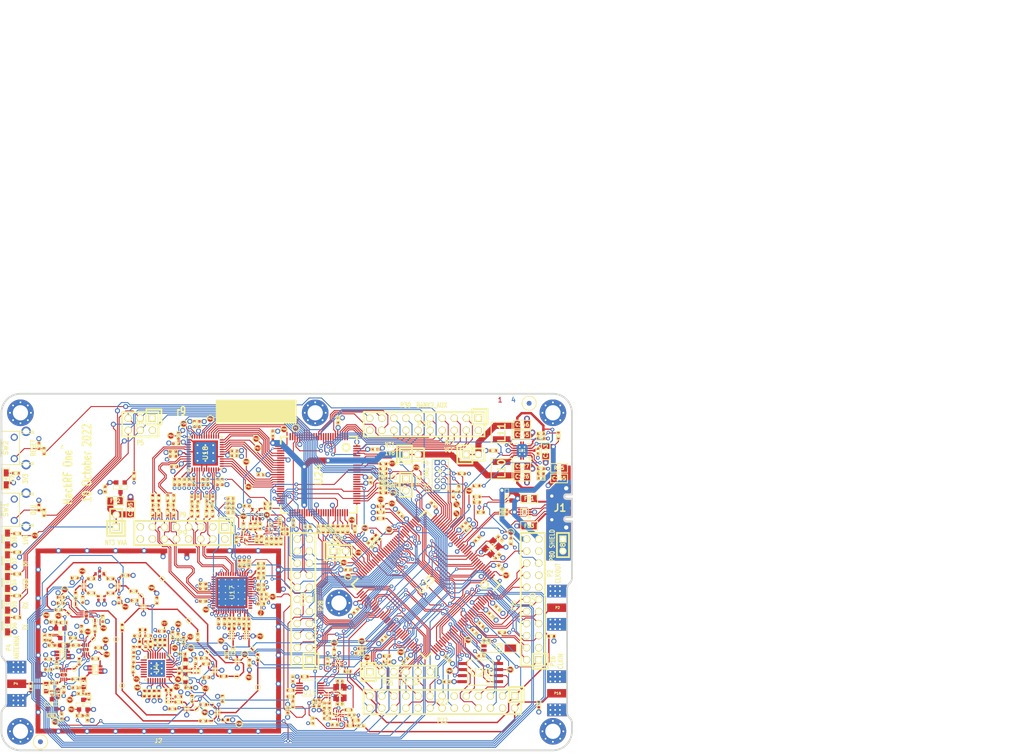
<source format=kicad_pcb>
(kicad_pcb (version 20211014) (generator pcbnew)

  (general
    (thickness 1.6116)
  )

  (paper "USLegal")
  (title_block
    (title "HackRF One")
    (date "2022-08-28")
    (rev "r9")
    (company "Copyright 2012-2022 Great Scott Gadgets")
    (comment 1 "Michael Ossmann")
    (comment 2 "Licensed under the CERN-OHL-P v2")
  )

  (layers
    (0 "F.Cu" signal "C1F")
    (1 "In1.Cu" signal "C2")
    (2 "In2.Cu" signal "C3")
    (31 "B.Cu" signal "C4B")
    (32 "B.Adhes" user "B.Adhesive")
    (33 "F.Adhes" user "F.Adhesive")
    (34 "B.Paste" user)
    (35 "F.Paste" user)
    (36 "B.SilkS" user "B.Silkscreen")
    (37 "F.SilkS" user "F.Silkscreen")
    (38 "B.Mask" user)
    (39 "F.Mask" user)
    (41 "Cmts.User" user "User.Comments")
    (44 "Edge.Cuts" user)
    (45 "Margin" user)
    (46 "B.CrtYd" user "B.Courtyard")
    (47 "F.CrtYd" user "F.Courtyard")
    (49 "F.Fab" user)
  )

  (setup
    (stackup
      (layer "F.SilkS" (type "Top Silk Screen") (color "White"))
      (layer "F.Paste" (type "Top Solder Paste"))
      (layer "F.Mask" (type "Top Solder Mask") (color "Green") (thickness 0.0127) (material "LPI") (epsilon_r 3.8) (loss_tangent 0))
      (layer "F.Cu" (type "copper") (thickness 0.035))
      (layer "dielectric 1" (type "prepreg") (thickness 0.2104) (material "7628") (epsilon_r 4.6) (loss_tangent 0))
      (layer "In1.Cu" (type "copper") (thickness 0.0152))
      (layer "dielectric 2" (type "core") (thickness 1.065) (material "7628") (epsilon_r 4.6) (loss_tangent 0))
      (layer "In2.Cu" (type "copper") (thickness 0.0152))
      (layer "dielectric 3" (type "prepreg") (thickness 0.2104) (material "7628") (epsilon_r 4.6) (loss_tangent 0))
      (layer "B.Cu" (type "copper") (thickness 0.035))
      (layer "B.Mask" (type "Bottom Solder Mask") (color "Green") (thickness 0.0127) (material "LPI") (epsilon_r 3.8) (loss_tangent 0))
      (layer "B.Paste" (type "Bottom Solder Paste"))
      (layer "B.SilkS" (type "Bottom Silk Screen") (color "White"))
      (copper_finish "ENIG")
      (dielectric_constraints yes)
    )
    (pad_to_mask_clearance 0.05)
    (pad_to_paste_clearance_ratio -0.12)
    (pcbplotparams
      (layerselection 0x00010e8_ffffffff)
      (disableapertmacros false)
      (usegerberextensions true)
      (usegerberattributes false)
      (usegerberadvancedattributes true)
      (creategerberjobfile false)
      (svguseinch false)
      (svgprecision 6)
      (excludeedgelayer true)
      (plotframeref false)
      (viasonmask false)
      (mode 1)
      (useauxorigin false)
      (hpglpennumber 1)
      (hpglpenspeed 20)
      (hpglpendiameter 15.000000)
      (dxfpolygonmode true)
      (dxfimperialunits true)
      (dxfusepcbnewfont true)
      (psnegative false)
      (psa4output false)
      (plotreference false)
      (plotvalue false)
      (plotinvisibletext false)
      (sketchpadsonfab false)
      (subtractmaskfromsilk false)
      (outputformat 1)
      (mirror false)
      (drillshape 0)
      (scaleselection 1)
      (outputdirectory "gerbers")
    )
  )

  (net 0 "")
  (net 1 "!MIX_BYPASS")
  (net 2 "!RX_AMP_PWR")
  (net 3 "!TX_AMP_PWR")
  (net 4 "!VAA_ENABLE")
  (net 5 "/Front End/RX_AMP_OUT")
  (net 6 "/Front End/RX_AMP_IN")
  (net 7 "/Front End/TX_AMP_IN")
  (net 8 "/Front End/TX_AMP_OUT")
  (net 9 "/Front End/REF_IN")
  (net 10 "/Baseband/TXBBQ-")
  (net 11 "/Baseband/TXBBQ+")
  (net 12 "/Baseband/TXBBI+")
  (net 13 "/Baseband/TXBBI-")
  (net 14 "/Baseband/COM")
  (net 15 "/Baseband/REFN")
  (net 16 "/Baseband/REFP")
  (net 17 "/Baseband/IA+")
  (net 18 "/Baseband/IA-")
  (net 19 "/Baseband/QA-")
  (net 20 "/Baseband/QA+")
  (net 21 "/Baseband/CPOUT-")
  (net 22 "/Baseband/CPOUT+")
  (net 23 "XCVR_CLK")
  (net 24 "/Baseband/XTAL2")
  (net 25 "/Microcontroller, CPLD, USB, Power/RTCX1")
  (net 26 "/Microcontroller, CPLD, USB, Power/REG_OUT2")
  (net 27 "/Microcontroller, CPLD, USB, Power/VBAT")
  (net 28 "/Microcontroller, CPLD, USB, Power/VIN")
  (net 29 "/Microcontroller, CPLD, USB, Power/REG_OUT1")
  (net 30 "/Microcontroller, CPLD, USB, Power/USB_SHIELD")
  (net 31 "/Microcontroller, CPLD, USB, Power/XTAL1")
  (net 32 "/Microcontroller, CPLD, USB, Power/XTAL2")
  (net 33 "/Microcontroller, CPLD, USB, Power/RTCX2")
  (net 34 "/Clock/XB")
  (net 35 "/Clock/XA")
  (net 36 "/Microcontroller, CPLD, USB, Power/VBUS")
  (net 37 "/Microcontroller, CPLD, USB, Power/LED1")
  (net 38 "/Microcontroller, CPLD, USB, Power/LED2")
  (net 39 "/Microcontroller, CPLD, USB, Power/LED3")
  (net 40 "/Baseband/RXBBQ-")
  (net 41 "/Baseband/RXBBI-")
  (net 42 "/Baseband/RXBBQ+")
  (net 43 "/Baseband/RXBBI+")
  (net 44 "!ANT_BIAS")
  (net 45 "/Baseband/XCVR_CLKOUT")
  (net 46 "/Microcontroller, CPLD, USB, Power/RTC_ALARM")
  (net 47 "/Microcontroller, CPLD, USB, Power/WAKEUP")
  (net 48 "/Microcontroller, CPLD, USB, Power/GPIO3_8")
  (net 49 "/Microcontroller, CPLD, USB, Power/GPIO3_9")
  (net 50 "/Microcontroller, CPLD, USB, Power/GPIO3_10")
  (net 51 "/Microcontroller, CPLD, USB, Power/GPIO3_11")
  (net 52 "/Microcontroller, CPLD, USB, Power/GPIO3_12")
  (net 53 "/Microcontroller, CPLD, USB, Power/GPIO3_13")
  (net 54 "/Microcontroller, CPLD, USB, Power/GPIO3_14")
  (net 55 "/Microcontroller, CPLD, USB, Power/GPIO3_15")
  (net 56 "/Microcontroller, CPLD, USB, Power/ADC0_6")
  (net 57 "/Microcontroller, CPLD, USB, Power/ADC0_2")
  (net 58 "/Microcontroller, CPLD, USB, Power/VBUSCTRL")
  (net 59 "/Microcontroller, CPLD, USB, Power/ADC0_5")
  (net 60 "/Microcontroller, CPLD, USB, Power/ADC0_0")
  (net 61 "/Microcontroller, CPLD, USB, Power/RESET")
  (net 62 "/Microcontroller, CPLD, USB, Power/I2C1_SCL")
  (net 63 "/Microcontroller, CPLD, USB, Power/I2C1_SDA")
  (net 64 "/Microcontroller, CPLD, USB, Power/SPIFI_CIPO")
  (net 65 "/Microcontroller, CPLD, USB, Power/SPIFI_SCK")
  (net 66 "/Microcontroller, CPLD, USB, Power/SPIFI_COPI")
  (net 67 "/Microcontroller, CPLD, USB, Power/I2S0_RX_SCK")
  (net 68 "/Microcontroller, CPLD, USB, Power/I2S0_RX_SDA")
  (net 69 "/Microcontroller, CPLD, USB, Power/I2S0_RX_MCLK")
  (net 70 "/Microcontroller, CPLD, USB, Power/I2S0_RX_WS")
  (net 71 "/Microcontroller, CPLD, USB, Power/I2S0_TX_SCK")
  (net 72 "/Microcontroller, CPLD, USB, Power/I2S0_TX_MCLK")
  (net 73 "/Microcontroller, CPLD, USB, Power/U0_RXD")
  (net 74 "/Microcontroller, CPLD, USB, Power/U0_TXD")
  (net 75 "/Microcontroller, CPLD, USB, Power/P2_9")
  (net 76 "/Microcontroller, CPLD, USB, Power/P2_13")
  (net 77 "/Microcontroller, CPLD, USB, Power/P2_8")
  (net 78 "/Microcontroller, CPLD, USB, Power/DBGEN")
  (net 79 "/Microcontroller, CPLD, USB, Power/TMS")
  (net 80 "/Microcontroller, CPLD, USB, Power/TCK")
  (net 81 "/Microcontroller, CPLD, USB, Power/TDO")
  (net 82 "/Microcontroller, CPLD, USB, Power/TDI")
  (net 83 "/Microcontroller, CPLD, USB, Power/SD_CD")
  (net 84 "/Microcontroller, CPLD, USB, Power/SD_DAT3")
  (net 85 "/Microcontroller, CPLD, USB, Power/SD_DAT2")
  (net 86 "/Microcontroller, CPLD, USB, Power/SD_DAT1")
  (net 87 "/Microcontroller, CPLD, USB, Power/SD_DAT0")
  (net 88 "/Microcontroller, CPLD, USB, Power/SD_VOLT0")
  (net 89 "/Microcontroller, CPLD, USB, Power/SD_CMD")
  (net 90 "/Microcontroller, CPLD, USB, Power/SD_POW")
  (net 91 "/Microcontroller, CPLD, USB, Power/SD_CLK")
  (net 92 "/Microcontroller, CPLD, USB, Power/B1AUX14")
  (net 93 "/Microcontroller, CPLD, USB, Power/B1AUX13")
  (net 94 "/Microcontroller, CPLD, USB, Power/CPLD_TCK")
  (net 95 "/Microcontroller, CPLD, USB, Power/BANK2F3M2")
  (net 96 "/Microcontroller, CPLD, USB, Power/CPLD_TDI")
  (net 97 "/Microcontroller, CPLD, USB, Power/BANK2F3M6")
  (net 98 "/Microcontroller, CPLD, USB, Power/BANK2F3M12")
  (net 99 "/Microcontroller, CPLD, USB, Power/BANK2F3M4")
  (net 100 "/Microcontroller, CPLD, USB, Power/CPLD_TMS")
  (net 101 "/Microcontroller, CPLD, USB, Power/CPLD_TDO")
  (net 102 "/Microcontroller, CPLD, USB, Power/B2AUX16")
  (net 103 "/Microcontroller, CPLD, USB, Power/B2AUX15")
  (net 104 "/Microcontroller, CPLD, USB, Power/B2AUX14")
  (net 105 "/Microcontroller, CPLD, USB, Power/B2AUX13")
  (net 106 "/Microcontroller, CPLD, USB, Power/B2AUX12")
  (net 107 "/Microcontroller, CPLD, USB, Power/B2AUX11")
  (net 108 "/Microcontroller, CPLD, USB, Power/B2AUX10")
  (net 109 "/Microcontroller, CPLD, USB, Power/B2AUX9")
  (net 110 "/Microcontroller, CPLD, USB, Power/B2AUX8")
  (net 111 "/Microcontroller, CPLD, USB, Power/B2AUX7")
  (net 112 "/Microcontroller, CPLD, USB, Power/B2AUX6")
  (net 113 "/Microcontroller, CPLD, USB, Power/B2AUX5")
  (net 114 "/Microcontroller, CPLD, USB, Power/B2AUX4")
  (net 115 "/Microcontroller, CPLD, USB, Power/B2AUX3")
  (net 116 "/Microcontroller, CPLD, USB, Power/B2AUX2")
  (net 117 "/Microcontroller, CPLD, USB, Power/B2AUX1")
  (net 118 "/Microcontroller, CPLD, USB, Power/GCK0")
  (net 119 "/Microcontroller, CPLD, USB, Power/SPIFI_CS")
  (net 120 "/Microcontroller, CPLD, USB, Power/VREGMODE")
  (net 121 "/Microcontroller, CPLD, USB, Power/EN1V8")
  (net 122 "/Microcontroller, CPLD, USB, Power/SGPIO0")
  (net 123 "/Microcontroller, CPLD, USB, Power/SGPIO7")
  (net 124 "/Microcontroller, CPLD, USB, Power/SGPIO9")
  (net 125 "/Microcontroller, CPLD, USB, Power/SGPIO10")
  (net 126 "/Microcontroller, CPLD, USB, Power/SGPIO11")
  (net 127 "/Microcontroller, CPLD, USB, Power/SPIFI_SIO2")
  (net 128 "/Microcontroller, CPLD, USB, Power/SPIFI_SIO3")
  (net 129 "/Baseband/QD+")
  (net 130 "/Baseband/QD-")
  (net 131 "/Baseband/ID-")
  (net 132 "/Baseband/ID+")
  (net 133 "/Clock/CLK0")
  (net 134 "Net-(C169-Pad2)")
  (net 135 "/Microcontroller, CPLD, USB, Power/DP")
  (net 136 "/Microcontroller, CPLD, USB, Power/DM")
  (net 137 "/Microcontroller, CPLD, USB, Power/RREF")
  (net 138 "/Microcontroller, CPLD, USB, Power/BANK2F3M1")
  (net 139 "/Microcontroller, CPLD, USB, Power/TRIGGER_EN")
  (net 140 "/Microcontroller, CPLD, USB, Power/BANK2F3M3")
  (net 141 "/Microcontroller, CPLD, USB, Power/SGPIO14")
  (net 142 "/Microcontroller, CPLD, USB, Power/SGPIO1")
  (net 143 "/Microcontroller, CPLD, USB, Power/BANK2F3M5")
  (net 144 "/Microcontroller, CPLD, USB, Power/SGPIO15")
  (net 145 "/Microcontroller, CPLD, USB, Power/BANK2F3M7")
  (net 146 "/Microcontroller, CPLD, USB, Power/BANK2F3M8")
  (net 147 "/Microcontroller, CPLD, USB, Power/SGPIO2")
  (net 148 "/Microcontroller, CPLD, USB, Power/BANK2F3M9")
  (net 149 "/Microcontroller, CPLD, USB, Power/SGPIO3")
  (net 150 "/Microcontroller, CPLD, USB, Power/BANK2F3M10")
  (net 151 "/Microcontroller, CPLD, USB, Power/BANK2F3M11")
  (net 152 "/Microcontroller, CPLD, USB, Power/SGPIO12")
  (net 153 "/Microcontroller, CPLD, USB, Power/SGPIO4")
  (net 154 "/Microcontroller, CPLD, USB, Power/BANK2F3M14")
  (net 155 "/Microcontroller, CPLD, USB, Power/SGPIO5")
  (net 156 "/Microcontroller, CPLD, USB, Power/BANK2F3M15")
  (net 157 "/Microcontroller, CPLD, USB, Power/SGPIO6")
  (net 158 "AMP_BYPASS")
  (net 159 "CLKIN")
  (net 160 "CLKOUT")
  (net 161 "CS_AD")
  (net 162 "CS_XCVR")
  (net 163 "DA0")
  (net 164 "DA1")
  (net 165 "DA2")
  (net 166 "DA3")
  (net 167 "DA4")
  (net 168 "DA5")
  (net 169 "DA6")
  (net 170 "DA7")
  (net 171 "DD0")
  (net 172 "DD1")
  (net 173 "DD2")
  (net 174 "DD3")
  (net 175 "DD4")
  (net 176 "DD5")
  (net 177 "DD6")
  (net 178 "DD7")
  (net 179 "DD8")
  (net 180 "DD9")
  (net 181 "GCK1")
  (net 182 "GCK2")
  (net 183 "GND")
  (net 184 "HP")
  (net 185 "LP")
  (net 186 "MCU_CLK")
  (net 187 "MIXER_ENX")
  (net 188 "MIXER_RESETX")
  (net 189 "MIXER_SCLK")
  (net 190 "MIXER_SDATA")
  (net 191 "MIX_BYPASS")
  (net 192 "MIX_CLK")
  (net 193 "RSSI")
  (net 194 "RX")
  (net 195 "RX_AMP")
  (net 196 "RX_IF")
  (net 197 "RX_MIX_BP")
  (net 198 "SCL")
  (net 199 "SDA")
  (net 200 "SGPIO_CLK")
  (net 201 "SSP1_CIPO")
  (net 202 "SSP1_COPI")
  (net 203 "SSP1_SCK")
  (net 204 "TX_AMP")
  (net 205 "TX_IF")
  (net 206 "TX_MIX_BP")
  (net 207 "VAA")
  (net 208 "VCC")
  (net 209 "XCVR_EN")
  (net 210 "Net-(C8-Pad2)")
  (net 211 "Net-(C9-Pad2)")
  (net 212 "Net-(C9-Pad1)")
  (net 213 "Net-(C12-Pad1)")
  (net 214 "Net-(C13-Pad1)")
  (net 215 "Net-(C14-Pad2)")
  (net 216 "Net-(C14-Pad1)")
  (net 217 "Net-(C15-Pad2)")
  (net 218 "Net-(C17-Pad2)")
  (net 219 "Net-(C17-Pad1)")
  (net 220 "Net-(C18-Pad2)")
  (net 221 "Net-(C18-Pad1)")
  (net 222 "Net-(C20-Pad2)")
  (net 223 "Net-(C20-Pad1)")
  (net 224 "Net-(C21-Pad2)")
  (net 225 "Net-(C21-Pad1)")
  (net 226 "Net-(C23-Pad2)")
  (net 227 "Net-(C23-Pad1)")
  (net 228 "Net-(C25-Pad1)")
  (net 229 "Net-(C26-Pad2)")
  (net 230 "Net-(C26-Pad1)")
  (net 231 "Net-(C27-Pad2)")
  (net 232 "Net-(C27-Pad1)")
  (net 233 "Net-(C28-Pad2)")
  (net 234 "Net-(C28-Pad1)")
  (net 235 "Net-(C31-Pad2)")
  (net 236 "Net-(C31-Pad1)")
  (net 237 "Net-(C32-Pad2)")
  (net 238 "Net-(C32-Pad1)")
  (net 239 "Net-(C43-Pad2)")
  (net 240 "Net-(C43-Pad1)")
  (net 241 "Net-(C44-Pad2)")
  (net 242 "Net-(C44-Pad1)")
  (net 243 "Net-(C46-Pad2)")
  (net 244 "Net-(C46-Pad1)")
  (net 245 "Net-(C48-Pad1)")
  (net 246 "Net-(C49-Pad2)")
  (net 247 "Net-(C50-Pad1)")
  (net 248 "Net-(C51-Pad2)")
  (net 249 "Net-(C51-Pad1)")
  (net 250 "Net-(C163-Pad2)")
  (net 251 "Net-(C58-Pad2)")
  (net 252 "Net-(C59-Pad2)")
  (net 253 "Net-(C61-Pad2)")
  (net 254 "Net-(C61-Pad1)")
  (net 255 "Net-(C62-Pad2)")
  (net 256 "Net-(C64-Pad2)")
  (net 257 "Net-(C64-Pad1)")
  (net 258 "Net-(C99-Pad2)")
  (net 259 "Net-(C99-Pad1)")
  (net 260 "Net-(C102-Pad2)")
  (net 261 "Net-(C102-Pad1)")
  (net 262 "Net-(C104-Pad2)")
  (net 263 "Net-(C104-Pad1)")
  (net 264 "Net-(C105-Pad1)")
  (net 265 "Net-(C106-Pad1)")
  (net 266 "Net-(C111-Pad2)")
  (net 267 "Net-(C111-Pad1)")
  (net 268 "Net-(C114-Pad2)")
  (net 269 "Net-(C114-Pad1)")
  (net 270 "Net-(C125-Pad2)")
  (net 271 "Net-(C160-Pad1)")
  (net 272 "Net-(D2-Pad2)")
  (net 273 "Net-(D4-Pad2)")
  (net 274 "Net-(D5-Pad2)")
  (net 275 "Net-(D6-Pad2)")
  (net 276 "Net-(D7-Pad2)")
  (net 277 "Net-(D8-Pad2)")
  (net 278 "Net-(FB1-Pad1)")
  (net 279 "Net-(FB2-Pad1)")
  (net 280 "Net-(FB3-Pad1)")
  (net 281 "Net-(J1-Pad3)")
  (net 282 "Net-(J1-Pad2)")
  (net 283 "Net-(L1-Pad2)")
  (net 284 "Net-(L1-Pad1)")
  (net 285 "Net-(L2-Pad1)")
  (net 286 "Net-(L3-Pad1)")
  (net 287 "Net-(L10-Pad1)")
  (net 288 "Net-(L11-Pad2)")
  (net 289 "Net-(D10-Pad1)")
  (net 290 "Net-(P6-Pad1)")
  (net 291 "Net-(P19-Pad1)")
  (net 292 "Net-(R4-Pad2)")
  (net 293 "Net-(R30-Pad2)")
  (net 294 "Net-(R19-Pad2)")
  (net 295 "Net-(R51-Pad1)")
  (net 296 "Net-(R52-Pad2)")
  (net 297 "Net-(R55-Pad2)")
  (net 298 "/Microcontroller, CPLD, USB, Power/BANK2F3M16")
  (net 299 "+1V8")
  (net 300 "unconnected-(P25-Pad3)")
  (net 301 "unconnected-(P26-Pad7)")
  (net 302 "unconnected-(U4-Pad1)")
  (net 303 "unconnected-(U4-Pad2)")
  (net 304 "unconnected-(U4-Pad3)")
  (net 305 "unconnected-(U4-Pad11)")
  (net 306 "unconnected-(U4-Pad13)")
  (net 307 "unconnected-(U4-Pad14)")
  (net 308 "unconnected-(U4-Pad17)")
  (net 309 "unconnected-(U4-Pad18)")
  (net 310 "unconnected-(U4-Pad20)")
  (net 311 "unconnected-(U4-Pad21)")
  (net 312 "unconnected-(U9-Pad2)")
  (net 313 "unconnected-(U12-Pad2)")
  (net 314 "unconnected-(U14-Pad2)")
  (net 315 "unconnected-(U15-Pad4)")
  (net 316 "unconnected-(U15-Pad6)")
  (net 317 "unconnected-(U17-Pad3)")
  (net 318 "unconnected-(U17-Pad43)")
  (net 319 "unconnected-(U17-Pad9)")
  (net 320 "unconnected-(U17-Pad12)")
  (net 321 "unconnected-(U17-Pad40)")
  (net 322 "unconnected-(U18-Pad38)")
  (net 323 "Net-(C117-Pad1)")
  (net 324 "unconnected-(U23-Pad89)")
  (net 325 "unconnected-(U23-Pad90)")
  (net 326 "unconnected-(U24-Pad14)")
  (net 327 "unconnected-(U24-Pad15)")
  (net 328 "unconnected-(U24-Pad16)")
  (net 329 "unconnected-(U24-Pad20)")
  (net 330 "unconnected-(U24-Pad25)")
  (net 331 "unconnected-(U24-Pad44)")
  (net 332 "unconnected-(U24-Pad46)")
  (net 333 "unconnected-(U24-Pad49)")
  (net 334 "unconnected-(U24-Pad50)")
  (net 335 "unconnected-(U24-Pad52)")
  (net 336 "unconnected-(U24-Pad53)")
  (net 337 "unconnected-(U24-Pad54)")
  (net 338 "unconnected-(U24-Pad58)")
  (net 339 "unconnected-(U24-Pad59)")
  (net 340 "unconnected-(U24-Pad60)")
  (net 341 "unconnected-(U24-Pad63)")
  (net 342 "unconnected-(U24-Pad65)")
  (net 343 "unconnected-(U24-Pad66)")
  (net 344 "unconnected-(U24-Pad68)")
  (net 345 "unconnected-(U24-Pad73)")
  (net 346 "unconnected-(U24-Pad75)")
  (net 347 "unconnected-(U24-Pad80)")
  (net 348 "unconnected-(U24-Pad82)")
  (net 349 "unconnected-(U24-Pad85)")
  (net 350 "unconnected-(U24-Pad86)")
  (net 351 "unconnected-(U24-Pad87)")
  (net 352 "unconnected-(U24-Pad93)")
  (net 353 "unconnected-(U24-Pad95)")
  (net 354 "unconnected-(U24-Pad96)")
  (net 355 "Net-(D10-Pad2)")
  (net 356 "Net-(C117-Pad2)")
  (net 357 "CLKOUT_EN")
  (net 358 "MCU_CLK_EN")
  (net 359 "Net-(R32-Pad2)")
  (net 360 "Net-(R33-Pad2)")
  (net 361 "Net-(R34-Pad2)")
  (net 362 "CLKIN_DETECT")
  (net 363 "Net-(R38-Pad1)")
  (net 364 "Net-(R39-Pad2)")
  (net 365 "Net-(R44-Pad2)")
  (net 366 "AD_CLK")
  (net 367 "Net-(R70-Pad1)")
  (net 368 "CLKIN_EN")
  (net 369 "FSX2_CLK")
  (net 370 "/Clock/CLK2")
  (net 371 "/Clock/CLK1")
  (net 372 "unconnected-(U4-Pad16)")
  (net 373 "unconnected-(U4-Pad9)")
  (net 374 "/Microcontroller, CPLD, USB, Power/TRST")
  (net 375 "/Microcontroller, CPLD, USB, Power/ID")
  (net 376 "/Microcontroller, CPLD, USB, Power/VBUS_DETECT")
  (net 377 "Net-(C159-Pad2)")
  (net 378 "XCVR_RXTX")
  (net 379 "unconnected-(U17-Pad44)")
  (net 380 "unconnected-(U17-Pad10)")
  (net 381 "unconnected-(U17-Pad15)")
  (net 382 "unconnected-(U17-Pad16)")
  (net 383 "unconnected-(U17-Pad17)")
  (net 384 "unconnected-(U17-Pad23)")
  (net 385 "unconnected-(U17-Pad45)")
  (net 386 "unconnected-(U17-Pad46)")
  (net 387 "unconnected-(U17-Pad55)")
  (net 388 "unconnected-(U17-Pad56)")
  (net 389 "unconnected-(U17-Pad41)")
  (net 390 "unconnected-(U17-Pad42)")
  (net 391 "unconnected-(U4-Pad15)")
  (net 392 "Net-(Q1-Pad3)")
  (net 393 "Net-(Q2-Pad3)")
  (net 394 "Net-(R31-Pad2)")
  (net 395 "Net-(R83-Pad1)")
  (net 396 "Net-(R84-Pad2)")
  (net 397 "Net-(R101-Pad1)")
  (net 398 "Net-(R103-Pad2)")
  (net 399 "Net-(R102-Pad1)")
  (net 400 "Net-(R107-Pad2)")

  (footprint "gsg-modules:LTST-S220" (layer "F.Cu") (at 61.27 148.838 -90))

  (footprint "gsg-modules:LTST-S220" (layer "F.Cu") (at 61.27 139.694 -90))

  (footprint "gsg-modules:LTST-S220" (layer "F.Cu") (at 61.27 130.55 -90))

  (footprint "gsg-modules:LTST-S220" (layer "F.Cu") (at 61.27 144.266 -90))

  (footprint "gsg-modules:LTST-S220" (layer "F.Cu") (at 61.27 135.122 -90))

  (footprint "GSG-TESTPOINT-30MIL-MASKONLY" (layer "F.Cu") (at 89.31402 142.49908))

  (footprint "GSG-TESTPOINT-30MIL-MASKONLY" (layer "F.Cu") (at 84.1046 151.6574))

  (footprint "GSG-TESTPOINT-30MIL-MASKONLY" (layer "F.Cu") (at 75.57516 144.21358))

  (footprint "GSG-TESTPOINT-30MIL-MASKONLY" (layer "F.Cu") (at 74.0537 146.1516))

  (footprint "GSG-TESTPOINT-30MIL-MASKONLY" (layer "F.Cu") (at 93.782 138.932))

  (footprint "GSG-TESTPOINT-30MIL-MASKONLY" (layer "F.Cu") (at 85.4 161.3602))

  (footprint "GSG-TESTPOINT-30MIL-MASKONLY" (layer "F.Cu") (at 75.33894 157.8483))

  (footprint "GSG-TESTPOINT-30MIL-MASKONLY" (layer "F.Cu") (at 79.28 151.506))

  (footprint "GSG-TESTPOINT-30MIL-MASKONLY" (layer "F.Cu") (at 113.919 161.74974))

  (footprint "GSG-TESTPOINT-30MIL-MASKONLY" (layer "F.Cu") (at 104.11206 168.79824))

  (footprint "GSG-TESTPOINT-30MIL-MASKONLY" (layer "F.Cu") (at 104.25176 165.37432))

  (footprint "GSG-TESTPOINT-30MIL-MASKONLY" (layer "F.Cu") (at 101.0158 166.26332))

  (footprint "GSG-TESTPOINT-30MIL-MASKONLY" (layer "F.Cu") (at 79.6671 147.71116))

  (footprint "GSG-TESTPOINT-30MIL-MASKONLY" (layer "F.Cu") (at 109.47654 159.42564))

  (footprint "GSG-TESTPOINT-30MIL-MASKONLY" (layer "F.Cu") (at 99.36226 147.6883))

  (footprint "GSG-TESTPOINT-30MIL-MASKONLY" (layer "F.Cu") (at 103.23068 154.2796))

  (footprint "GSG-TESTPOINT-30MIL-MASKONLY" (layer "F.Cu") (at 112.71504 153.71064))

  (footprint "gsg-modules:LTST-S220" (layer "F.Cu") (at 61 117.9 -90))

  (footprint "GSG-MARK1MM" (layer "F.Cu") (at 171 102))

  (footprint "hackrf:GSG-0402" (layer "F.Cu") (at 91.0964 163.0468 -90))

  (footprint "hackrf:GSG-0402" (layer "F.Cu") (at 90.0804 163.0468 -90))

  (footprint "hackrf:GSG-0402" (layer "F.Cu") (at 93.1284 163.0468 -90))

  (footprint "hackrf:GSG-0402" (layer "F.Cu") (at 92.1124 163.0468 -90))

  (footprint "hackrf:GSG-0402" (layer "F.Cu") (at 92.341 152.328 90))

  (footprint "hackrf:GSG-0402" (layer "F.Cu") (at 93.357 152.328 90))

  (footprint "hackrf:GSG-0402" (layer "F.Cu") (at 107.084 168.5762 180))

  (footprint "hackrf:GSG-0402" (layer "F.Cu") (at 113.919 155.448 -90))

  (footprint "hackrf:GSG-0402" (layer "F.Cu") (at 85.4 149.1682 90))

  (footprint "hackrf:GSG-0402" (layer "F.Cu") (at 87.9808 143.4816))

  (footprint "hackrf:GSG-0402" (layer "F.Cu") (at 84.7138 143.4622 90))

  (footprint "hackrf:GSG-0402" (layer "F.Cu") (at 87.7944 153.8266 -90))

  (footprint "hackrf:GSG-0402" (layer "F.Cu") (at 88.5564 150.9056 180))

  (footprint "hackrf:GSG-0402" (layer "F.Cu") (at 90.3344 152.6836 90))

  (footprint "hackrf:GSG-0402" (layer "F.Cu") (at 90.8424 150.9056))

  (footprint "hackrf:GSG-0402" (layer "F.Cu") (at 106.4998 164.1566 90))

  (footprint "hackrf:GSG-0402" (layer "F.Cu") (at 82.9358 141.9382))

  (footprint "hackrf:GSG-0402" (layer "F.Cu") (at 78.8718 141.9382))

  (footprint "hackrf:GSG-0402" (layer "F.Cu") (at 77.0938 143.3352 90))

  (footprint "hackrf:GSG-0402" (layer "F.Cu") (at 87.8078 141.5288))

  (footprint "hackrf:GSG-0402" (layer "F.Cu") (at 102.4382 165.3794 180))

  (footprint "hackrf:GSG-0402" (layer "F.Cu") (at 95.9732 166.2726))

  (footprint "hackrf:GSG-0402" (layer "F.Cu") (at 101.2698 151.1808 90))

  (footprint "hackrf:GSG-0402" (layer "F.Cu") (at 92.6798 143.4816 -90))

  (footprint "hackrf:GSG-0402" (layer "F.Cu") (at 97.1924 163.7326))

  (footprint "hackrf:GSG-0402" (layer "F.Cu") (at 78.8718 138.8902 180))

  (footprint "hackrf:GSG-0402" (layer "F.Cu") (at 82.9358 138.8902))

  (footprint "hackrf:GSG-0402" (layer "F.Cu") (at 97.1924 164.8756))

  (footprint "hackrf:GSG-0402" (layer "F.Cu") (at 75.4174 138.7124 180))

  (footprint "hackrf:GSG-0402" (layer "F.Cu") (at 86.1 138.2))

  (footprint "hackrf:GSG-0402" (layer "F.Cu") (at 75.5952 142.4462 90))

  (footprint "hackrf:GSG-0402" (layer "F.Cu") (at 102.4382 168.8084 180))

  (footprint "hackrf:GSG-0402" (layer "F.Cu") (at 100.1134 164.139 90))

  (footprint "hackrf:GSG-0402" (layer "F.Cu") (at 98.31 151.9216 90))

  (footprint "hackrf:GSG-0402" (layer "F.Cu") (at 97.167 151.1596 90))

  (footprint "hackrf:GSG-0402" (layer "F.Cu") (at 96.024 150.7786 90))

  (footprint "hackrf:GSG-0402" (layer "F.Cu") (at 93.738 149.915 180))

  (footprint "hackrf:GSG-0402" (layer "F.Cu") (at 72.4456 142.8272))

  (footprint "hackrf:GSG-0402" (layer "F.Cu") (at 81.3054 147.3454 90))

  (footprint "hackrf:GSG-0402" (layer "F.Cu") (at 72.4456 144.0718))

  (footprint "hackrf:GSG-0402" (layer "F.Cu") (at 99.326 161.8276))

  (footprint "hackrf:GSG-0402" (layer "F.Cu") (at 98.056 154.7156 180))

  (footprint "hackrf:GSG-0402" (layer "F.Cu") (at 72.009 145.415 180))

  (footprint "hackrf:GSG-0402" (layer "F.Cu") (at 79.6798 149.4282 90))

  (footprint "hackrf:GSG-0402" (layer "F.Cu") (at 102.5906 155.6512))

  (footprint "hackrf:GSG-0402" (layer "F.Cu") (at 103.0478 156.7942 180))

  (footprint "hackrf:GSG-0402" (layer "F.Cu") (at 112.1664 156.5656 90))

  (footprint "hackrf:GSG-0402" (layer "F.Cu") (at 108.7374 154.0002 90))

  (footprint "hackrf:GSG-0402" (layer "F.Cu") (at 100.85 156.2396 -90))

  (footprint "hackrf:GSG-0402" (layer "F.Cu") (at 75.678 152.92))

  (footprint "hackrf:GSG-0402" (layer "F.Cu") (at 106.7414 159.434 180))

  (footprint "hackrf:GSG-0402" (layer "F.Cu") (at 70.598 152.92 180))

  (footprint "hackrf:GSG-0402" (layer "F.Cu") (at 70.9474 147.9998 180))

  (footprint "hackrf:GSG-0402" (layer "F.Cu") (at 103.124 159.6644 180))

  (footprint "hackrf:GSG-0402" (layer "F.Cu") (at 80.377 153.428))

  (footprint "hackrf:GSG-0402" (layer "F.Cu") (at 107.3912 154.8638 90))

  (footprint "hackrf:GSG-0402" (layer "F.Cu") (at 76.835 149.4282 90))

  (footprint "hackrf:GSG-0402" (layer "F.Cu") (at 71.614 157.111 90))

  (footprint "hackrf:GSG-0402" (layer "F.Cu") (at 79.742 155.714))

  (footprint "hackrf:GSG-0402" (layer "F.Cu") (at 75.043 151.396))

  (footprint "hackrf:GSG-0402" (layer "F.Cu") (at 76.3638 156.3236 90))

  (footprint "hackrf:GSG-0402" (layer "F.Cu") (at 75.551 160.032))

  (footprint "hackrf:GSG-0402" (layer "F.Cu") (at 73.0872 162.2418 -90))

  (footprint "hackrf:GSG-0402" (layer "F.Cu") (at 71.13 160.81 180))

  (footprint "hackrf:GSG-0402" (layer "F.Cu") (at 69.836 158))

  (footprint "hackrf:GSG-0402" (layer "F.Cu") (at 69.836 155.841))

  (footprint "hackrf:GSG-0402" (layer "F.Cu") (at 87.7 158 90))

  (footprint "hackrf:GSG-0402" (layer "F.Cu") (at 126.8 165.1 -90))

  (footprint "hackrf:GSG-0402" (layer "F.Cu") (at 125.7 165.1 -90))

  (footprint "hackrf:GSG-0402" (layer "F.Cu") (at 87.8 155.9 90))

  (footprint "hackrf:GSG-0402" (layer "F.Cu") (at 100.4824 118.5578 -90))

  (footprint "hackrf:GSG-0402" (layer "F.Cu") (at 99.4664 118.5578 -90))

  (footprint "hackrf:GSG-0402" (layer "F.Cu") (at 103.4034 118.5578 -90))

  (footprint "hackrf:GSG-0402" (layer "F.Cu") (at 102.3874 118.5578 -90))

  (footprint "hackrf:GSG-0402" (layer "F.Cu") (at 105.4354 118.5578 -90))

  (footprint "hackrf:GSG-0402" (layer "F.Cu") (at 106.4514 118.5578 -90))

  (footprint "hackrf:GSG-0402" (layer "F.Cu") (at 101.6254 106.3658 90))

  (footprint "hackrf:GSG-0402" (layer "F.Cu") (at 100.6094 106.3658 90))

  (footprint "hackrf:GSG-0402" (layer "F.Cu")
    (tedit 4FB6CFE4) (tstamp 00000000-0000-0000-0000-00005787e271)
    (at 96.7359 110.4933 180)
    (property "Description" "CAP CER 0.1UF 25V X5R 0402")
    (property "Manufacturer" "Samsung")
    (property "Part Number" "CL05A104KA5NNNC")
    (property "Sheetfile" "baseband.kicad_sch")
    (property "Sheetname" "Baseband")
    (path "/00000000-0000-0000-0000-000050370666/00000000-0000-0000-0000-0000503c49f8")
    (solder_mask_margin 0.1016)
    (attr through_hole)
    (fp_text reference "C79" (at 0 0.0508 180) (layer "F.SilkS")
      (effects (font (size 0.4064 0.4064) (thickness 0.1016)))
      (tstamp 0dd62723-ff86-4b49-a465-2fc2135e9e74)
    )
    (fp_text value "100nF" (at 0 0.0508 180) (layer "F.SilkS") hide
      (effects (font (size 0.4064 0.4064) (thickness 0.1016)))
      (tstamp 8b436394-cfe5-4281-8a44-d8250485bc73)
    )
    (fp_line (start 0.889 -0.381) (end 0.889 0.381) (layer "F.SilkS") (width 0.2032) (tstamp 276c4314-4e47-4380-a23e-7ce338b09b13))
    (fp_line (start -0.889 -0.381) (end 0.889 -0.381) (layer "F.SilkS") (width 0.2032) (tstamp 6b15afc9-f714-4916-a790-fbe7bd8e46cd))
    (fp_line (start -0.889 0.381) (end -0.889 -0.381) (layer "F.SilkS") (width 0.2032) (tstamp 738c30c1-eb59-420d-a7e7-e4c5ac240076))
    (fp_line (start 0.889 0.381) (end -0.889 0.381) (layer "F.SilkS") (width 0.2032) (tstamp bd193685-4956-4c75-9530-1f712f6bbe1e))
    (pad
... [4561544 chars truncated]
</source>
